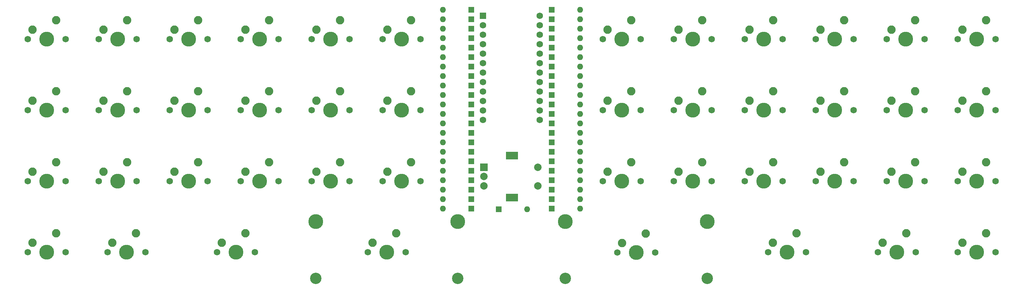
<source format=gbr>
%TF.GenerationSoftware,KiCad,Pcbnew,(6.0.7)*%
%TF.CreationDate,2022-10-26T18:45:43+02:00*%
%TF.ProjectId,skoosk,736b6f6f-736b-42e6-9b69-6361645f7063,rev?*%
%TF.SameCoordinates,Original*%
%TF.FileFunction,Soldermask,Bot*%
%TF.FilePolarity,Negative*%
%FSLAX46Y46*%
G04 Gerber Fmt 4.6, Leading zero omitted, Abs format (unit mm)*
G04 Created by KiCad (PCBNEW (6.0.7)) date 2022-10-26 18:45:43*
%MOMM*%
%LPD*%
G01*
G04 APERTURE LIST*
%ADD10R,1.600000X1.600000*%
%ADD11O,1.600000X1.600000*%
%ADD12C,1.750000*%
%ADD13C,3.987800*%
%ADD14C,2.250000*%
%ADD15R,1.752600X1.752600*%
%ADD16C,1.752600*%
%ADD17C,3.048000*%
%ADD18R,2.000000X2.000000*%
%ADD19C,2.000000*%
%ADD20R,3.200000X2.000000*%
G04 APERTURE END LIST*
D10*
%TO.C,D28*%
X128270000Y-51689000D03*
D11*
X120650000Y-51689000D03*
%TD*%
D12*
%TO.C,MX30*%
X114617500Y-59563000D03*
X104457500Y-59563000D03*
D13*
X109537500Y-59563000D03*
D14*
X105727500Y-57023000D03*
X112077500Y-54483000D03*
%TD*%
D15*
%TO.C,U1*%
X131445000Y-15194700D03*
D16*
X131445000Y-17734700D03*
X131445000Y-20274700D03*
X131445000Y-22814700D03*
X131445000Y-25354700D03*
X131445000Y-27894700D03*
X131445000Y-30434700D03*
X131445000Y-32974700D03*
X131445000Y-35514700D03*
X131445000Y-38054700D03*
X131445000Y-40594700D03*
X131445000Y-43134700D03*
X146685000Y-43134700D03*
X146685000Y-40594700D03*
X146685000Y-38054700D03*
X146685000Y-35514700D03*
X146685000Y-32974700D03*
X146685000Y-30434700D03*
X146685000Y-27894700D03*
X146685000Y-25354700D03*
X146685000Y-22814700D03*
X146685000Y-20274700D03*
X146685000Y-17734700D03*
X146685000Y-15194700D03*
%TD*%
D12*
%TO.C,MX16*%
X76517500Y-40513000D03*
D13*
X71437500Y-40513000D03*
D12*
X66357500Y-40513000D03*
D14*
X67627500Y-37973000D03*
X73977500Y-35433000D03*
%TD*%
D10*
%TO.C,D3*%
X128270000Y-18669000D03*
D11*
X120650000Y-18669000D03*
%TD*%
D13*
%TO.C,MX14*%
X33337500Y-40513000D03*
D12*
X28257500Y-40513000D03*
X38417500Y-40513000D03*
D14*
X29527500Y-37973000D03*
X35877500Y-35433000D03*
%TD*%
D13*
%TO.C,MX44*%
X263906000Y-78613000D03*
D12*
X268986000Y-78613000D03*
X258826000Y-78613000D03*
D14*
X260096000Y-76073000D03*
X266446000Y-73533000D03*
%TD*%
D12*
%TO.C,MX28*%
X76517500Y-59563000D03*
X66357500Y-59563000D03*
D13*
X71437500Y-59563000D03*
D14*
X67627500Y-57023000D03*
X73977500Y-54483000D03*
%TD*%
D10*
%TO.C,D14*%
X128270000Y-31369000D03*
D11*
X120650000Y-31369000D03*
%TD*%
D10*
%TO.C,D43*%
X149860000Y-61849000D03*
D11*
X157480000Y-61849000D03*
%TD*%
D17*
%TO.C,MX41*%
X153501100Y-85604000D03*
X191601100Y-85604000D03*
D13*
X172551100Y-78619000D03*
X191601100Y-70364000D03*
X153501100Y-70364000D03*
D12*
X167471100Y-78619000D03*
X177631100Y-78619000D03*
D14*
X168741100Y-76079000D03*
X175091100Y-73539000D03*
%TD*%
D10*
%TO.C,D2*%
X128270000Y-16129000D03*
D11*
X120650000Y-16129000D03*
%TD*%
D10*
%TO.C,D23*%
X149860000Y-31369000D03*
D11*
X157480000Y-31369000D03*
%TD*%
D12*
%TO.C,MX35*%
X239776000Y-59563000D03*
D13*
X244856000Y-59563000D03*
D12*
X249936000Y-59563000D03*
D14*
X241046000Y-57023000D03*
X247396000Y-54483000D03*
%TD*%
D12*
%TO.C,MX24*%
X258826000Y-40513000D03*
X268986000Y-40513000D03*
D13*
X263906000Y-40513000D03*
D14*
X260096000Y-37973000D03*
X266446000Y-35433000D03*
%TD*%
D13*
%TO.C,MX43*%
X242468400Y-78613000D03*
D12*
X237388400Y-78613000D03*
X247548400Y-78613000D03*
D14*
X238658400Y-76073000D03*
X245008400Y-73533000D03*
%TD*%
D18*
%TO.C,SW2*%
X131692000Y-55793000D03*
D19*
X131692000Y-60793000D03*
X131692000Y-58293000D03*
D20*
X139192000Y-52693000D03*
X139192000Y-63893000D03*
D19*
X146192000Y-60793000D03*
X146192000Y-55793000D03*
%TD*%
D10*
%TO.C,D6*%
X128270000Y-26289000D03*
D11*
X120650000Y-26289000D03*
%TD*%
D13*
%TO.C,MX26*%
X33337500Y-59563000D03*
D12*
X28257500Y-59563000D03*
X38417500Y-59563000D03*
D14*
X29527500Y-57023000D03*
X35877500Y-54483000D03*
%TD*%
D10*
%TO.C,D34*%
X149860000Y-49149000D03*
D11*
X157480000Y-49149000D03*
%TD*%
D12*
%TO.C,MX7*%
X173736000Y-21463000D03*
D13*
X168656000Y-21463000D03*
D12*
X163576000Y-21463000D03*
D14*
X164846000Y-18923000D03*
X171196000Y-16383000D03*
%TD*%
D13*
%TO.C,MX5*%
X90487500Y-21463000D03*
D12*
X95567500Y-21463000D03*
X85407500Y-21463000D03*
D14*
X86677500Y-18923000D03*
X93027500Y-16383000D03*
%TD*%
D10*
%TO.C,D5*%
X128270000Y-23749000D03*
D11*
X120650000Y-23749000D03*
%TD*%
D13*
%TO.C,MX15*%
X52387500Y-40513000D03*
D12*
X57467500Y-40513000D03*
X47307500Y-40513000D03*
D14*
X48577500Y-37973000D03*
X54927500Y-35433000D03*
%TD*%
D10*
%TO.C,D40*%
X128270000Y-66929000D03*
D11*
X120650000Y-66929000D03*
%TD*%
D10*
%TO.C,D4*%
X128270000Y-21209000D03*
D11*
X120650000Y-21209000D03*
%TD*%
D10*
%TO.C,D24*%
X149860000Y-28829000D03*
D11*
X157480000Y-28829000D03*
%TD*%
D12*
%TO.C,MX18*%
X104457500Y-40513000D03*
D13*
X109537500Y-40513000D03*
D12*
X114617500Y-40513000D03*
D14*
X105727500Y-37973000D03*
X112077500Y-35433000D03*
%TD*%
D12*
%TO.C,MX21*%
X211836000Y-40513000D03*
X201676000Y-40513000D03*
D13*
X206756000Y-40513000D03*
D14*
X202946000Y-37973000D03*
X209296000Y-35433000D03*
%TD*%
D10*
%TO.C,D39*%
X128270000Y-64389000D03*
D11*
X120650000Y-64389000D03*
%TD*%
D13*
%TO.C,MX11*%
X244856000Y-21463000D03*
D12*
X249936000Y-21463000D03*
X239776000Y-21463000D03*
D14*
X241046000Y-18923000D03*
X247396000Y-16383000D03*
%TD*%
D10*
%TO.C,D27*%
X128270000Y-49149000D03*
D11*
X120650000Y-49149000D03*
%TD*%
D10*
%TO.C,D30*%
X128270000Y-56769000D03*
D11*
X120650000Y-56769000D03*
%TD*%
D10*
%TO.C,D22*%
X149860000Y-33909000D03*
D11*
X157480000Y-33909000D03*
%TD*%
D10*
%TO.C,D18*%
X128270000Y-41529000D03*
D11*
X120650000Y-41529000D03*
%TD*%
D13*
%TO.C,MX40*%
X105613200Y-78613000D03*
X86563200Y-70358000D03*
D17*
X124663200Y-85598000D03*
X86563200Y-85598000D03*
D12*
X100533200Y-78613000D03*
D13*
X124663200Y-70358000D03*
D12*
X110693200Y-78613000D03*
D14*
X101803200Y-76073000D03*
X108153200Y-73533000D03*
%TD*%
D10*
%TO.C,D21*%
X149860000Y-36449000D03*
D11*
X157480000Y-36449000D03*
%TD*%
D10*
%TO.C,D36*%
X149860000Y-44069000D03*
D11*
X157480000Y-44069000D03*
%TD*%
D13*
%TO.C,MX10*%
X225806000Y-21463000D03*
D12*
X220726000Y-21463000D03*
X230886000Y-21463000D03*
D14*
X221996000Y-18923000D03*
X228346000Y-16383000D03*
%TD*%
D10*
%TO.C,D31*%
X149860000Y-56769000D03*
D11*
X157480000Y-56769000D03*
%TD*%
D10*
%TO.C,D32*%
X149860000Y-54229000D03*
D11*
X157480000Y-54229000D03*
%TD*%
D13*
%TO.C,MX4*%
X71437500Y-21463000D03*
D12*
X76517500Y-21463000D03*
X66357500Y-21463000D03*
D14*
X67627500Y-18923000D03*
X73977500Y-16383000D03*
%TD*%
D12*
%TO.C,MX32*%
X182626000Y-59563000D03*
D13*
X187706000Y-59563000D03*
D12*
X192786000Y-59563000D03*
D14*
X183896000Y-57023000D03*
X190246000Y-54483000D03*
%TD*%
D12*
%TO.C,MX22*%
X230886000Y-40513000D03*
D13*
X225806000Y-40513000D03*
D12*
X220726000Y-40513000D03*
D14*
X221996000Y-37973000D03*
X228346000Y-35433000D03*
%TD*%
D10*
%TO.C,D35*%
X149860000Y-46609000D03*
D11*
X157480000Y-46609000D03*
%TD*%
D10*
%TO.C,D12*%
X149860000Y-13589000D03*
D11*
X157480000Y-13589000D03*
%TD*%
D12*
%TO.C,MX27*%
X47307500Y-59563000D03*
X57467500Y-59563000D03*
D13*
X52387500Y-59563000D03*
D14*
X48577500Y-57023000D03*
X54927500Y-54483000D03*
%TD*%
D12*
%TO.C,MX36*%
X258826000Y-59563000D03*
X268986000Y-59563000D03*
D13*
X263906000Y-59563000D03*
D14*
X260096000Y-57023000D03*
X266446000Y-54483000D03*
%TD*%
D10*
%TO.C,D9*%
X149860000Y-21209000D03*
D11*
X157480000Y-21209000D03*
%TD*%
D13*
%TO.C,MX20*%
X187706000Y-40513000D03*
D12*
X182626000Y-40513000D03*
X192786000Y-40513000D03*
D14*
X183896000Y-37973000D03*
X190246000Y-35433000D03*
%TD*%
D10*
%TO.C,D15*%
X128270000Y-33909000D03*
D11*
X120650000Y-33909000D03*
%TD*%
D10*
%TO.C,D51*%
X135636000Y-67056000D03*
D11*
X143256000Y-67056000D03*
%TD*%
D10*
%TO.C,D7*%
X149860000Y-26289000D03*
D11*
X157480000Y-26289000D03*
%TD*%
D12*
%TO.C,MX25*%
X9207500Y-59563000D03*
X19367500Y-59563000D03*
D13*
X14287500Y-59563000D03*
D14*
X10477500Y-57023000D03*
X16827500Y-54483000D03*
%TD*%
D10*
%TO.C,D33*%
X149860000Y-51689000D03*
D11*
X157480000Y-51689000D03*
%TD*%
D10*
%TO.C,D17*%
X128270000Y-38989000D03*
D11*
X120650000Y-38989000D03*
%TD*%
D10*
%TO.C,D16*%
X128270000Y-36449000D03*
D11*
X120650000Y-36449000D03*
%TD*%
D12*
%TO.C,MX42*%
X218109800Y-78613000D03*
D13*
X213029800Y-78613000D03*
D12*
X207949800Y-78613000D03*
D14*
X209219800Y-76073000D03*
X215569800Y-73533000D03*
%TD*%
D12*
%TO.C,MX33*%
X201676000Y-59563000D03*
D13*
X206756000Y-59563000D03*
D12*
X211836000Y-59563000D03*
D14*
X202946000Y-57023000D03*
X209296000Y-54483000D03*
%TD*%
D12*
%TO.C,MX38*%
X40792400Y-78613000D03*
D13*
X35712400Y-78613000D03*
D12*
X30632400Y-78613000D03*
D14*
X31902400Y-76073000D03*
X38252400Y-73533000D03*
%TD*%
D13*
%TO.C,MX13*%
X14287500Y-40513000D03*
D12*
X9207500Y-40513000D03*
X19367500Y-40513000D03*
D14*
X10477500Y-37973000D03*
X16827500Y-35433000D03*
%TD*%
D10*
%TO.C,D42*%
X149860000Y-64389000D03*
D11*
X157480000Y-64389000D03*
%TD*%
D12*
%TO.C,MX6*%
X104457500Y-21463000D03*
D13*
X109537500Y-21463000D03*
D12*
X114617500Y-21463000D03*
D14*
X105727500Y-18923000D03*
X112077500Y-16383000D03*
%TD*%
D12*
%TO.C,MX3*%
X47307500Y-21463000D03*
X57467500Y-21463000D03*
D13*
X52387500Y-21463000D03*
D14*
X48577500Y-18923000D03*
X54927500Y-16383000D03*
%TD*%
D12*
%TO.C,MX2*%
X38417500Y-21463000D03*
D13*
X33337500Y-21463000D03*
D12*
X28257500Y-21463000D03*
D14*
X29527500Y-18923000D03*
X35877500Y-16383000D03*
%TD*%
D12*
%TO.C,MX17*%
X85407500Y-40513000D03*
X95567500Y-40513000D03*
D13*
X90487500Y-40513000D03*
D14*
X86677500Y-37973000D03*
X93027500Y-35433000D03*
%TD*%
D10*
%TO.C,D11*%
X149860000Y-16129000D03*
D11*
X157480000Y-16129000D03*
%TD*%
D12*
%TO.C,MX1*%
X19367500Y-21463000D03*
X9207500Y-21463000D03*
D13*
X14287500Y-21463000D03*
D14*
X10477500Y-18923000D03*
X16827500Y-16383000D03*
%TD*%
D10*
%TO.C,D25*%
X128270000Y-44069000D03*
D11*
X120650000Y-44069000D03*
%TD*%
D13*
%TO.C,MX37*%
X14287500Y-78613000D03*
D12*
X9207500Y-78613000D03*
X19367500Y-78613000D03*
D14*
X10477500Y-76073000D03*
X16827500Y-73533000D03*
%TD*%
D12*
%TO.C,MX39*%
X60045600Y-78613000D03*
X70205600Y-78613000D03*
D13*
X65125600Y-78613000D03*
D14*
X61315600Y-76073000D03*
X67665600Y-73533000D03*
%TD*%
D10*
%TO.C,D19*%
X149860000Y-41529000D03*
D11*
X157480000Y-41529000D03*
%TD*%
D10*
%TO.C,D8*%
X149860000Y-23749000D03*
D11*
X157480000Y-23749000D03*
%TD*%
D13*
%TO.C,MX23*%
X244856000Y-40513000D03*
D12*
X239776000Y-40513000D03*
X249936000Y-40513000D03*
D14*
X241046000Y-37973000D03*
X247396000Y-35433000D03*
%TD*%
D10*
%TO.C,D44*%
X149860000Y-59309000D03*
D11*
X157480000Y-59309000D03*
%TD*%
D12*
%TO.C,MX9*%
X201676000Y-21463000D03*
D13*
X206756000Y-21463000D03*
D12*
X211836000Y-21463000D03*
D14*
X202946000Y-18923000D03*
X209296000Y-16383000D03*
%TD*%
D10*
%TO.C,D20*%
X149860000Y-38989000D03*
D11*
X157480000Y-38989000D03*
%TD*%
D12*
%TO.C,MX34*%
X230886000Y-59563000D03*
X220726000Y-59563000D03*
D13*
X225806000Y-59563000D03*
D14*
X221996000Y-57023000D03*
X228346000Y-54483000D03*
%TD*%
D10*
%TO.C,D26*%
X128270000Y-46609000D03*
D11*
X120650000Y-46609000D03*
%TD*%
D10*
%TO.C,D1*%
X128270000Y-13589000D03*
D11*
X120650000Y-13589000D03*
%TD*%
D10*
%TO.C,D13*%
X128270000Y-28829000D03*
D11*
X120650000Y-28829000D03*
%TD*%
D12*
%TO.C,MX19*%
X173736000Y-40513000D03*
D13*
X168656000Y-40513000D03*
D12*
X163576000Y-40513000D03*
D14*
X164846000Y-37973000D03*
X171196000Y-35433000D03*
%TD*%
D10*
%TO.C,D29*%
X128270000Y-54229000D03*
D11*
X120650000Y-54229000D03*
%TD*%
D12*
%TO.C,MX12*%
X268986000Y-21463000D03*
X258826000Y-21463000D03*
D13*
X263906000Y-21463000D03*
D14*
X260096000Y-18923000D03*
X266446000Y-16383000D03*
%TD*%
D10*
%TO.C,D10*%
X149860000Y-18669000D03*
D11*
X157480000Y-18669000D03*
%TD*%
D10*
%TO.C,D41*%
X149860000Y-66929000D03*
D11*
X157480000Y-66929000D03*
%TD*%
D12*
%TO.C,MX31*%
X163576000Y-59563000D03*
X173736000Y-59563000D03*
D13*
X168656000Y-59563000D03*
D14*
X164846000Y-57023000D03*
X171196000Y-54483000D03*
%TD*%
D10*
%TO.C,D37*%
X128270000Y-59309000D03*
D11*
X120650000Y-59309000D03*
%TD*%
D12*
%TO.C,MX29*%
X95567500Y-59563000D03*
X85407500Y-59563000D03*
D13*
X90487500Y-59563000D03*
D14*
X86677500Y-57023000D03*
X93027500Y-54483000D03*
%TD*%
D13*
%TO.C,MX8*%
X187706000Y-21463000D03*
D12*
X182626000Y-21463000D03*
X192786000Y-21463000D03*
D14*
X183896000Y-18923000D03*
X190246000Y-16383000D03*
%TD*%
D10*
%TO.C,D38*%
X128270000Y-61849000D03*
D11*
X120650000Y-61849000D03*
%TD*%
M02*

</source>
